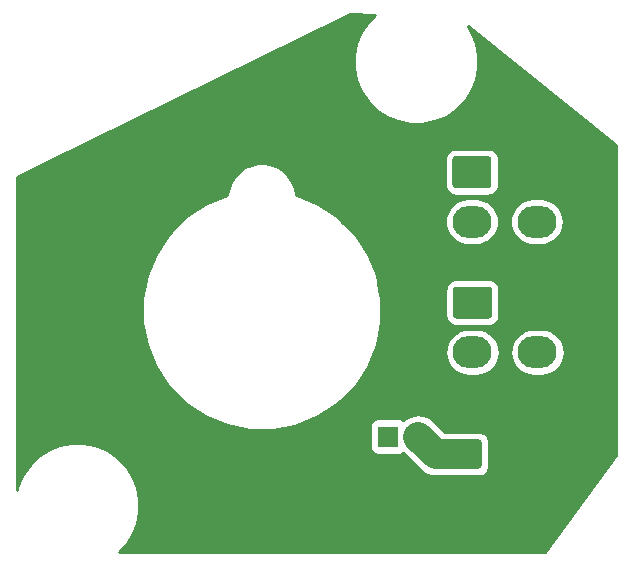
<source format=gbr>
%TF.GenerationSoftware,KiCad,Pcbnew,(5.1.6)-1*%
%TF.CreationDate,2020-12-18T20:01:58+11:00*%
%TF.ProjectId,FIRE TEST Panel PCB V2,46495245-2054-4455-9354-2050616e656c,rev?*%
%TF.SameCoordinates,Original*%
%TF.FileFunction,Copper,L2,Bot*%
%TF.FilePolarity,Positive*%
%FSLAX46Y46*%
G04 Gerber Fmt 4.6, Leading zero omitted, Abs format (unit mm)*
G04 Created by KiCad (PCBNEW (5.1.6)-1) date 2020-12-18 20:01:58*
%MOMM*%
%LPD*%
G01*
G04 APERTURE LIST*
%TA.AperFunction,ComponentPad*%
%ADD10O,3.300000X2.700000*%
%TD*%
%TA.AperFunction,ComponentPad*%
%ADD11C,1.800000*%
%TD*%
%TA.AperFunction,ComponentPad*%
%ADD12R,1.800000X1.800000*%
%TD*%
%TA.AperFunction,ViaPad*%
%ADD13C,0.800000*%
%TD*%
%TA.AperFunction,Conductor*%
%ADD14C,2.500000*%
%TD*%
%TA.AperFunction,Conductor*%
%ADD15C,0.254000*%
%TD*%
G04 APERTURE END LIST*
D10*
%TO.P,J2,4*%
%TO.N,/DATAOUT*%
X157891000Y-104698000D03*
%TO.P,J2,3*%
%TO.N,/LEDGND*%
X157891000Y-100498000D03*
%TO.P,J2,2*%
%TO.N,/LED+5V*%
X152391000Y-104698000D03*
%TO.P,J2,1*%
%TA.AperFunction,ComponentPad*%
G36*
G01*
X150991001Y-99148000D02*
X153790999Y-99148000D01*
G75*
G02*
X154041000Y-99398001I0J-250001D01*
G01*
X154041000Y-101597999D01*
G75*
G02*
X153790999Y-101848000I-250001J0D01*
G01*
X150991001Y-101848000D01*
G75*
G02*
X150741000Y-101597999I0J250001D01*
G01*
X150741000Y-99398001D01*
G75*
G02*
X150991001Y-99148000I250001J0D01*
G01*
G37*
%TD.AperFunction*%
%TD*%
%TO.P,J1,4*%
%TO.N,/DATAIN*%
X157841000Y-93648600D03*
%TO.P,J1,3*%
%TO.N,/LEDGND*%
X157841000Y-89448600D03*
%TO.P,J1,2*%
%TO.N,/LED+5V*%
X152341000Y-93648600D03*
%TO.P,J1,1*%
%TA.AperFunction,ComponentPad*%
G36*
G01*
X150941001Y-88098600D02*
X153740999Y-88098600D01*
G75*
G02*
X153991000Y-88348601I0J-250001D01*
G01*
X153991000Y-90548599D01*
G75*
G02*
X153740999Y-90798600I-250001J0D01*
G01*
X150941001Y-90798600D01*
G75*
G02*
X150691000Y-90548599I0J250001D01*
G01*
X150691000Y-88348601D01*
G75*
G02*
X150941001Y-88098600I250001J0D01*
G01*
G37*
%TD.AperFunction*%
%TD*%
D11*
%TO.P,D11,2*%
%TO.N,/LED+5V*%
X147790000Y-111839000D03*
D12*
%TO.P,D11,1*%
%TO.N,Net-(D11-Pad1)*%
X145250000Y-111839000D03*
%TD*%
%TO.P,C1,2*%
%TO.N,/LEDGND*%
%TA.AperFunction,SMDPad,CuDef*%
G36*
G01*
X156177000Y-114322000D02*
X156177000Y-112322000D01*
G75*
G02*
X156427000Y-112072000I250000J0D01*
G01*
X159427000Y-112072000D01*
G75*
G02*
X159677000Y-112322000I0J-250000D01*
G01*
X159677000Y-114322000D01*
G75*
G02*
X159427000Y-114572000I-250000J0D01*
G01*
X156427000Y-114572000D01*
G75*
G02*
X156177000Y-114322000I0J250000D01*
G01*
G37*
%TD.AperFunction*%
%TO.P,C1,1*%
%TO.N,/LED+5V*%
%TA.AperFunction,SMDPad,CuDef*%
G36*
G01*
X149677000Y-114322000D02*
X149677000Y-112322000D01*
G75*
G02*
X149927000Y-112072000I250000J0D01*
G01*
X152927000Y-112072000D01*
G75*
G02*
X153177000Y-112322000I0J-250000D01*
G01*
X153177000Y-114322000D01*
G75*
G02*
X152927000Y-114572000I-250000J0D01*
G01*
X149927000Y-114572000D01*
G75*
G02*
X149677000Y-114322000I0J250000D01*
G01*
G37*
%TD.AperFunction*%
%TD*%
D13*
%TO.N,/LEDGND*%
X148077000Y-94919600D03*
X123937000Y-101026000D03*
X124676000Y-93530400D03*
X149126000Y-108514000D03*
X144709000Y-88983800D03*
X125573000Y-109771000D03*
X132507000Y-116378000D03*
X140919000Y-117381000D03*
X148943060Y-102826820D03*
%TD*%
D14*
%TO.N,/LED+5V*%
X149273000Y-113322000D02*
X147790000Y-111839000D01*
X151427000Y-113322000D02*
X149273000Y-113322000D01*
%TD*%
D15*
%TO.N,/LEDGND*%
G36*
X144124732Y-76110668D02*
G01*
X143524798Y-76710602D01*
X142947294Y-77574896D01*
X142549503Y-78535249D01*
X142346711Y-79554754D01*
X142346711Y-80594232D01*
X142549503Y-81613737D01*
X142947294Y-82574090D01*
X143524798Y-83438384D01*
X144259820Y-84173406D01*
X145124114Y-84750910D01*
X146084467Y-85148701D01*
X147103972Y-85351493D01*
X148143450Y-85351493D01*
X149162955Y-85148701D01*
X150123308Y-84750910D01*
X150987602Y-84173406D01*
X151722624Y-83438384D01*
X152300128Y-82574090D01*
X152697919Y-81613737D01*
X152900711Y-80594232D01*
X152900711Y-79554754D01*
X152697919Y-78535249D01*
X152300128Y-77574896D01*
X151984918Y-77103152D01*
X164541601Y-87184504D01*
X164541600Y-113374686D01*
X158565734Y-121615600D01*
X122435408Y-121615600D01*
X123020624Y-121030384D01*
X123598128Y-120166090D01*
X123995919Y-119205737D01*
X124198711Y-118186232D01*
X124198711Y-117146754D01*
X123995919Y-116127249D01*
X123598128Y-115166896D01*
X123020624Y-114302602D01*
X122285602Y-113567580D01*
X121421308Y-112990076D01*
X120460955Y-112592285D01*
X119441450Y-112389493D01*
X118401972Y-112389493D01*
X117382467Y-112592285D01*
X116422114Y-112990076D01*
X115557820Y-113567580D01*
X114822798Y-114302602D01*
X114245294Y-115166896D01*
X113847503Y-116127249D01*
X113791600Y-116408293D01*
X113791600Y-100159071D01*
X124415711Y-100159071D01*
X124415711Y-102153915D01*
X124804886Y-104110430D01*
X125568280Y-105953426D01*
X126676557Y-107612079D01*
X128087125Y-109022647D01*
X129745778Y-110130924D01*
X131588774Y-110894318D01*
X133545289Y-111283493D01*
X135540133Y-111283493D01*
X137272016Y-110939000D01*
X143711928Y-110939000D01*
X143711928Y-112739000D01*
X143724188Y-112863482D01*
X143760498Y-112983180D01*
X143819463Y-113093494D01*
X143898815Y-113190185D01*
X143995506Y-113269537D01*
X144105820Y-113328502D01*
X144225518Y-113364812D01*
X144350000Y-113377072D01*
X146150000Y-113377072D01*
X146274482Y-113364812D01*
X146394180Y-113328502D01*
X146504494Y-113269537D01*
X146532094Y-113246886D01*
X147874630Y-114589423D01*
X147933655Y-114661345D01*
X148005577Y-114720370D01*
X148005579Y-114720372D01*
X148121354Y-114815386D01*
X148220683Y-114896903D01*
X148548152Y-115071939D01*
X148903476Y-115179725D01*
X149273000Y-115216120D01*
X149365597Y-115207000D01*
X149895809Y-115207000D01*
X149927000Y-115210072D01*
X152927000Y-115210072D01*
X153100254Y-115193008D01*
X153266850Y-115142472D01*
X153420386Y-115060405D01*
X153554962Y-114949962D01*
X153665405Y-114815386D01*
X153747472Y-114661850D01*
X153798008Y-114495254D01*
X153815072Y-114322000D01*
X153815072Y-112322000D01*
X153798008Y-112148746D01*
X153747472Y-111982150D01*
X153665405Y-111828614D01*
X153554962Y-111694038D01*
X153420386Y-111583595D01*
X153266850Y-111501528D01*
X153100254Y-111450992D01*
X152927000Y-111433928D01*
X150050721Y-111433928D01*
X149057420Y-110440628D01*
X148842317Y-110264098D01*
X148514848Y-110089062D01*
X148159524Y-109981275D01*
X147790000Y-109944881D01*
X147420476Y-109981275D01*
X147065152Y-110089062D01*
X146737683Y-110264098D01*
X146533134Y-110431967D01*
X146504494Y-110408463D01*
X146394180Y-110349498D01*
X146274482Y-110313188D01*
X146150000Y-110300928D01*
X144350000Y-110300928D01*
X144225518Y-110313188D01*
X144105820Y-110349498D01*
X143995506Y-110408463D01*
X143898815Y-110487815D01*
X143819463Y-110584506D01*
X143760498Y-110694820D01*
X143724188Y-110814518D01*
X143711928Y-110939000D01*
X137272016Y-110939000D01*
X137496648Y-110894318D01*
X139339644Y-110130924D01*
X140998297Y-109022647D01*
X142408865Y-107612079D01*
X143517142Y-105953426D01*
X144037156Y-104698000D01*
X150096396Y-104698000D01*
X150134722Y-105087128D01*
X150248226Y-105461302D01*
X150432547Y-105806143D01*
X150680602Y-106108398D01*
X150982857Y-106356453D01*
X151327698Y-106540774D01*
X151701872Y-106654278D01*
X151993490Y-106683000D01*
X152788510Y-106683000D01*
X153080128Y-106654278D01*
X153454302Y-106540774D01*
X153799143Y-106356453D01*
X154101398Y-106108398D01*
X154349453Y-105806143D01*
X154533774Y-105461302D01*
X154647278Y-105087128D01*
X154685604Y-104698000D01*
X155596396Y-104698000D01*
X155634722Y-105087128D01*
X155748226Y-105461302D01*
X155932547Y-105806143D01*
X156180602Y-106108398D01*
X156482857Y-106356453D01*
X156827698Y-106540774D01*
X157201872Y-106654278D01*
X157493490Y-106683000D01*
X158288510Y-106683000D01*
X158580128Y-106654278D01*
X158954302Y-106540774D01*
X159299143Y-106356453D01*
X159601398Y-106108398D01*
X159849453Y-105806143D01*
X160033774Y-105461302D01*
X160147278Y-105087128D01*
X160185604Y-104698000D01*
X160147278Y-104308872D01*
X160033774Y-103934698D01*
X159849453Y-103589857D01*
X159601398Y-103287602D01*
X159299143Y-103039547D01*
X158954302Y-102855226D01*
X158580128Y-102741722D01*
X158288510Y-102713000D01*
X157493490Y-102713000D01*
X157201872Y-102741722D01*
X156827698Y-102855226D01*
X156482857Y-103039547D01*
X156180602Y-103287602D01*
X155932547Y-103589857D01*
X155748226Y-103934698D01*
X155634722Y-104308872D01*
X155596396Y-104698000D01*
X154685604Y-104698000D01*
X154647278Y-104308872D01*
X154533774Y-103934698D01*
X154349453Y-103589857D01*
X154101398Y-103287602D01*
X153799143Y-103039547D01*
X153454302Y-102855226D01*
X153080128Y-102741722D01*
X152788510Y-102713000D01*
X151993490Y-102713000D01*
X151701872Y-102741722D01*
X151327698Y-102855226D01*
X150982857Y-103039547D01*
X150680602Y-103287602D01*
X150432547Y-103589857D01*
X150248226Y-103934698D01*
X150134722Y-104308872D01*
X150096396Y-104698000D01*
X144037156Y-104698000D01*
X144280536Y-104110430D01*
X144669711Y-102153915D01*
X144669711Y-100159071D01*
X144518325Y-99398001D01*
X150102928Y-99398001D01*
X150102928Y-101597999D01*
X150119992Y-101771253D01*
X150170529Y-101937850D01*
X150252595Y-102091386D01*
X150363039Y-102225961D01*
X150497614Y-102336405D01*
X150651150Y-102418471D01*
X150817747Y-102469008D01*
X150991001Y-102486072D01*
X153790999Y-102486072D01*
X153964253Y-102469008D01*
X154130850Y-102418471D01*
X154284386Y-102336405D01*
X154418961Y-102225961D01*
X154529405Y-102091386D01*
X154611471Y-101937850D01*
X154662008Y-101771253D01*
X154679072Y-101597999D01*
X154679072Y-99398001D01*
X154662008Y-99224747D01*
X154611471Y-99058150D01*
X154529405Y-98904614D01*
X154418961Y-98770039D01*
X154284386Y-98659595D01*
X154130850Y-98577529D01*
X153964253Y-98526992D01*
X153790999Y-98509928D01*
X150991001Y-98509928D01*
X150817747Y-98526992D01*
X150651150Y-98577529D01*
X150497614Y-98659595D01*
X150363039Y-98770039D01*
X150252595Y-98904614D01*
X150170529Y-99058150D01*
X150119992Y-99224747D01*
X150102928Y-99398001D01*
X144518325Y-99398001D01*
X144280536Y-98202556D01*
X143517142Y-96359560D01*
X142408865Y-94700907D01*
X141356558Y-93648600D01*
X150046396Y-93648600D01*
X150084722Y-94037728D01*
X150198226Y-94411902D01*
X150382547Y-94756743D01*
X150630602Y-95058998D01*
X150932857Y-95307053D01*
X151277698Y-95491374D01*
X151651872Y-95604878D01*
X151943490Y-95633600D01*
X152738510Y-95633600D01*
X153030128Y-95604878D01*
X153404302Y-95491374D01*
X153749143Y-95307053D01*
X154051398Y-95058998D01*
X154299453Y-94756743D01*
X154483774Y-94411902D01*
X154597278Y-94037728D01*
X154635604Y-93648600D01*
X155546396Y-93648600D01*
X155584722Y-94037728D01*
X155698226Y-94411902D01*
X155882547Y-94756743D01*
X156130602Y-95058998D01*
X156432857Y-95307053D01*
X156777698Y-95491374D01*
X157151872Y-95604878D01*
X157443490Y-95633600D01*
X158238510Y-95633600D01*
X158530128Y-95604878D01*
X158904302Y-95491374D01*
X159249143Y-95307053D01*
X159551398Y-95058998D01*
X159799453Y-94756743D01*
X159983774Y-94411902D01*
X160097278Y-94037728D01*
X160135604Y-93648600D01*
X160097278Y-93259472D01*
X159983774Y-92885298D01*
X159799453Y-92540457D01*
X159551398Y-92238202D01*
X159249143Y-91990147D01*
X158904302Y-91805826D01*
X158530128Y-91692322D01*
X158238510Y-91663600D01*
X157443490Y-91663600D01*
X157151872Y-91692322D01*
X156777698Y-91805826D01*
X156432857Y-91990147D01*
X156130602Y-92238202D01*
X155882547Y-92540457D01*
X155698226Y-92885298D01*
X155584722Y-93259472D01*
X155546396Y-93648600D01*
X154635604Y-93648600D01*
X154597278Y-93259472D01*
X154483774Y-92885298D01*
X154299453Y-92540457D01*
X154051398Y-92238202D01*
X153749143Y-91990147D01*
X153404302Y-91805826D01*
X153030128Y-91692322D01*
X152738510Y-91663600D01*
X151943490Y-91663600D01*
X151651872Y-91692322D01*
X151277698Y-91805826D01*
X150932857Y-91990147D01*
X150630602Y-92238202D01*
X150382547Y-92540457D01*
X150198226Y-92885298D01*
X150084722Y-93259472D01*
X150046396Y-93648600D01*
X141356558Y-93648600D01*
X140998297Y-93290339D01*
X139339644Y-92182062D01*
X137496648Y-91418668D01*
X137455711Y-91410525D01*
X137455711Y-91344588D01*
X137343766Y-90781802D01*
X137124178Y-90251670D01*
X136805386Y-89774564D01*
X136399640Y-89368818D01*
X135922534Y-89050026D01*
X135392402Y-88830438D01*
X134829616Y-88718493D01*
X134255806Y-88718493D01*
X133693020Y-88830438D01*
X133162888Y-89050026D01*
X132685782Y-89368818D01*
X132280036Y-89774564D01*
X131961244Y-90251670D01*
X131741656Y-90781802D01*
X131629711Y-91344588D01*
X131629711Y-91410525D01*
X131588774Y-91418668D01*
X129745778Y-92182062D01*
X128087125Y-93290339D01*
X126676557Y-94700907D01*
X125568280Y-96359560D01*
X124804886Y-98202556D01*
X124415711Y-100159071D01*
X113791600Y-100159071D01*
X113791600Y-89870931D01*
X116907964Y-88348601D01*
X150052928Y-88348601D01*
X150052928Y-90548599D01*
X150069992Y-90721853D01*
X150120529Y-90888450D01*
X150202595Y-91041986D01*
X150313039Y-91176561D01*
X150447614Y-91287005D01*
X150601150Y-91369071D01*
X150767747Y-91419608D01*
X150941001Y-91436672D01*
X153740999Y-91436672D01*
X153914253Y-91419608D01*
X154080850Y-91369071D01*
X154234386Y-91287005D01*
X154368961Y-91176561D01*
X154479405Y-91041986D01*
X154561471Y-90888450D01*
X154612008Y-90721853D01*
X154629072Y-90548599D01*
X154629072Y-88348601D01*
X154612008Y-88175347D01*
X154561471Y-88008750D01*
X154479405Y-87855214D01*
X154368961Y-87720639D01*
X154234386Y-87610195D01*
X154080850Y-87528129D01*
X153914253Y-87477592D01*
X153740999Y-87460528D01*
X150941001Y-87460528D01*
X150767747Y-87477592D01*
X150601150Y-87528129D01*
X150447614Y-87610195D01*
X150313039Y-87720639D01*
X150202595Y-87855214D01*
X150120529Y-88008750D01*
X150069992Y-88175347D01*
X150052928Y-88348601D01*
X116907964Y-88348601D01*
X141984463Y-76098843D01*
X144124732Y-76110668D01*
G37*
X144124732Y-76110668D02*
X143524798Y-76710602D01*
X142947294Y-77574896D01*
X142549503Y-78535249D01*
X142346711Y-79554754D01*
X142346711Y-80594232D01*
X142549503Y-81613737D01*
X142947294Y-82574090D01*
X143524798Y-83438384D01*
X144259820Y-84173406D01*
X145124114Y-84750910D01*
X146084467Y-85148701D01*
X147103972Y-85351493D01*
X148143450Y-85351493D01*
X149162955Y-85148701D01*
X150123308Y-84750910D01*
X150987602Y-84173406D01*
X151722624Y-83438384D01*
X152300128Y-82574090D01*
X152697919Y-81613737D01*
X152900711Y-80594232D01*
X152900711Y-79554754D01*
X152697919Y-78535249D01*
X152300128Y-77574896D01*
X151984918Y-77103152D01*
X164541601Y-87184504D01*
X164541600Y-113374686D01*
X158565734Y-121615600D01*
X122435408Y-121615600D01*
X123020624Y-121030384D01*
X123598128Y-120166090D01*
X123995919Y-119205737D01*
X124198711Y-118186232D01*
X124198711Y-117146754D01*
X123995919Y-116127249D01*
X123598128Y-115166896D01*
X123020624Y-114302602D01*
X122285602Y-113567580D01*
X121421308Y-112990076D01*
X120460955Y-112592285D01*
X119441450Y-112389493D01*
X118401972Y-112389493D01*
X117382467Y-112592285D01*
X116422114Y-112990076D01*
X115557820Y-113567580D01*
X114822798Y-114302602D01*
X114245294Y-115166896D01*
X113847503Y-116127249D01*
X113791600Y-116408293D01*
X113791600Y-100159071D01*
X124415711Y-100159071D01*
X124415711Y-102153915D01*
X124804886Y-104110430D01*
X125568280Y-105953426D01*
X126676557Y-107612079D01*
X128087125Y-109022647D01*
X129745778Y-110130924D01*
X131588774Y-110894318D01*
X133545289Y-111283493D01*
X135540133Y-111283493D01*
X137272016Y-110939000D01*
X143711928Y-110939000D01*
X143711928Y-112739000D01*
X143724188Y-112863482D01*
X143760498Y-112983180D01*
X143819463Y-113093494D01*
X143898815Y-113190185D01*
X143995506Y-113269537D01*
X144105820Y-113328502D01*
X144225518Y-113364812D01*
X144350000Y-113377072D01*
X146150000Y-113377072D01*
X146274482Y-113364812D01*
X146394180Y-113328502D01*
X146504494Y-113269537D01*
X146532094Y-113246886D01*
X147874630Y-114589423D01*
X147933655Y-114661345D01*
X148005577Y-114720370D01*
X148005579Y-114720372D01*
X148121354Y-114815386D01*
X148220683Y-114896903D01*
X148548152Y-115071939D01*
X148903476Y-115179725D01*
X149273000Y-115216120D01*
X149365597Y-115207000D01*
X149895809Y-115207000D01*
X149927000Y-115210072D01*
X152927000Y-115210072D01*
X153100254Y-115193008D01*
X153266850Y-115142472D01*
X153420386Y-115060405D01*
X153554962Y-114949962D01*
X153665405Y-114815386D01*
X153747472Y-114661850D01*
X153798008Y-114495254D01*
X153815072Y-114322000D01*
X153815072Y-112322000D01*
X153798008Y-112148746D01*
X153747472Y-111982150D01*
X153665405Y-111828614D01*
X153554962Y-111694038D01*
X153420386Y-111583595D01*
X153266850Y-111501528D01*
X153100254Y-111450992D01*
X152927000Y-111433928D01*
X150050721Y-111433928D01*
X149057420Y-110440628D01*
X148842317Y-110264098D01*
X148514848Y-110089062D01*
X148159524Y-109981275D01*
X147790000Y-109944881D01*
X147420476Y-109981275D01*
X147065152Y-110089062D01*
X146737683Y-110264098D01*
X146533134Y-110431967D01*
X146504494Y-110408463D01*
X146394180Y-110349498D01*
X146274482Y-110313188D01*
X146150000Y-110300928D01*
X144350000Y-110300928D01*
X144225518Y-110313188D01*
X144105820Y-110349498D01*
X143995506Y-110408463D01*
X143898815Y-110487815D01*
X143819463Y-110584506D01*
X143760498Y-110694820D01*
X143724188Y-110814518D01*
X143711928Y-110939000D01*
X137272016Y-110939000D01*
X137496648Y-110894318D01*
X139339644Y-110130924D01*
X140998297Y-109022647D01*
X142408865Y-107612079D01*
X143517142Y-105953426D01*
X144037156Y-104698000D01*
X150096396Y-104698000D01*
X150134722Y-105087128D01*
X150248226Y-105461302D01*
X150432547Y-105806143D01*
X150680602Y-106108398D01*
X150982857Y-106356453D01*
X151327698Y-106540774D01*
X151701872Y-106654278D01*
X151993490Y-106683000D01*
X152788510Y-106683000D01*
X153080128Y-106654278D01*
X153454302Y-106540774D01*
X153799143Y-106356453D01*
X154101398Y-106108398D01*
X154349453Y-105806143D01*
X154533774Y-105461302D01*
X154647278Y-105087128D01*
X154685604Y-104698000D01*
X155596396Y-104698000D01*
X155634722Y-105087128D01*
X155748226Y-105461302D01*
X155932547Y-105806143D01*
X156180602Y-106108398D01*
X156482857Y-106356453D01*
X156827698Y-106540774D01*
X157201872Y-106654278D01*
X157493490Y-106683000D01*
X158288510Y-106683000D01*
X158580128Y-106654278D01*
X158954302Y-106540774D01*
X159299143Y-106356453D01*
X159601398Y-106108398D01*
X159849453Y-105806143D01*
X160033774Y-105461302D01*
X160147278Y-105087128D01*
X160185604Y-104698000D01*
X160147278Y-104308872D01*
X160033774Y-103934698D01*
X159849453Y-103589857D01*
X159601398Y-103287602D01*
X159299143Y-103039547D01*
X158954302Y-102855226D01*
X158580128Y-102741722D01*
X158288510Y-102713000D01*
X157493490Y-102713000D01*
X157201872Y-102741722D01*
X156827698Y-102855226D01*
X156482857Y-103039547D01*
X156180602Y-103287602D01*
X155932547Y-103589857D01*
X155748226Y-103934698D01*
X155634722Y-104308872D01*
X155596396Y-104698000D01*
X154685604Y-104698000D01*
X154647278Y-104308872D01*
X154533774Y-103934698D01*
X154349453Y-103589857D01*
X154101398Y-103287602D01*
X153799143Y-103039547D01*
X153454302Y-102855226D01*
X153080128Y-102741722D01*
X152788510Y-102713000D01*
X151993490Y-102713000D01*
X151701872Y-102741722D01*
X151327698Y-102855226D01*
X150982857Y-103039547D01*
X150680602Y-103287602D01*
X150432547Y-103589857D01*
X150248226Y-103934698D01*
X150134722Y-104308872D01*
X150096396Y-104698000D01*
X144037156Y-104698000D01*
X144280536Y-104110430D01*
X144669711Y-102153915D01*
X144669711Y-100159071D01*
X144518325Y-99398001D01*
X150102928Y-99398001D01*
X150102928Y-101597999D01*
X150119992Y-101771253D01*
X150170529Y-101937850D01*
X150252595Y-102091386D01*
X150363039Y-102225961D01*
X150497614Y-102336405D01*
X150651150Y-102418471D01*
X150817747Y-102469008D01*
X150991001Y-102486072D01*
X153790999Y-102486072D01*
X153964253Y-102469008D01*
X154130850Y-102418471D01*
X154284386Y-102336405D01*
X154418961Y-102225961D01*
X154529405Y-102091386D01*
X154611471Y-101937850D01*
X154662008Y-101771253D01*
X154679072Y-101597999D01*
X154679072Y-99398001D01*
X154662008Y-99224747D01*
X154611471Y-99058150D01*
X154529405Y-98904614D01*
X154418961Y-98770039D01*
X154284386Y-98659595D01*
X154130850Y-98577529D01*
X153964253Y-98526992D01*
X153790999Y-98509928D01*
X150991001Y-98509928D01*
X150817747Y-98526992D01*
X150651150Y-98577529D01*
X150497614Y-98659595D01*
X150363039Y-98770039D01*
X150252595Y-98904614D01*
X150170529Y-99058150D01*
X150119992Y-99224747D01*
X150102928Y-99398001D01*
X144518325Y-99398001D01*
X144280536Y-98202556D01*
X143517142Y-96359560D01*
X142408865Y-94700907D01*
X141356558Y-93648600D01*
X150046396Y-93648600D01*
X150084722Y-94037728D01*
X150198226Y-94411902D01*
X150382547Y-94756743D01*
X150630602Y-95058998D01*
X150932857Y-95307053D01*
X151277698Y-95491374D01*
X151651872Y-95604878D01*
X151943490Y-95633600D01*
X152738510Y-95633600D01*
X153030128Y-95604878D01*
X153404302Y-95491374D01*
X153749143Y-95307053D01*
X154051398Y-95058998D01*
X154299453Y-94756743D01*
X154483774Y-94411902D01*
X154597278Y-94037728D01*
X154635604Y-93648600D01*
X155546396Y-93648600D01*
X155584722Y-94037728D01*
X155698226Y-94411902D01*
X155882547Y-94756743D01*
X156130602Y-95058998D01*
X156432857Y-95307053D01*
X156777698Y-95491374D01*
X157151872Y-95604878D01*
X157443490Y-95633600D01*
X158238510Y-95633600D01*
X158530128Y-95604878D01*
X158904302Y-95491374D01*
X159249143Y-95307053D01*
X159551398Y-95058998D01*
X159799453Y-94756743D01*
X159983774Y-94411902D01*
X160097278Y-94037728D01*
X160135604Y-93648600D01*
X160097278Y-93259472D01*
X159983774Y-92885298D01*
X159799453Y-92540457D01*
X159551398Y-92238202D01*
X159249143Y-91990147D01*
X158904302Y-91805826D01*
X158530128Y-91692322D01*
X158238510Y-91663600D01*
X157443490Y-91663600D01*
X157151872Y-91692322D01*
X156777698Y-91805826D01*
X156432857Y-91990147D01*
X156130602Y-92238202D01*
X155882547Y-92540457D01*
X155698226Y-92885298D01*
X155584722Y-93259472D01*
X155546396Y-93648600D01*
X154635604Y-93648600D01*
X154597278Y-93259472D01*
X154483774Y-92885298D01*
X154299453Y-92540457D01*
X154051398Y-92238202D01*
X153749143Y-91990147D01*
X153404302Y-91805826D01*
X153030128Y-91692322D01*
X152738510Y-91663600D01*
X151943490Y-91663600D01*
X151651872Y-91692322D01*
X151277698Y-91805826D01*
X150932857Y-91990147D01*
X150630602Y-92238202D01*
X150382547Y-92540457D01*
X150198226Y-92885298D01*
X150084722Y-93259472D01*
X150046396Y-93648600D01*
X141356558Y-93648600D01*
X140998297Y-93290339D01*
X139339644Y-92182062D01*
X137496648Y-91418668D01*
X137455711Y-91410525D01*
X137455711Y-91344588D01*
X137343766Y-90781802D01*
X137124178Y-90251670D01*
X136805386Y-89774564D01*
X136399640Y-89368818D01*
X135922534Y-89050026D01*
X135392402Y-88830438D01*
X134829616Y-88718493D01*
X134255806Y-88718493D01*
X133693020Y-88830438D01*
X133162888Y-89050026D01*
X132685782Y-89368818D01*
X132280036Y-89774564D01*
X131961244Y-90251670D01*
X131741656Y-90781802D01*
X131629711Y-91344588D01*
X131629711Y-91410525D01*
X131588774Y-91418668D01*
X129745778Y-92182062D01*
X128087125Y-93290339D01*
X126676557Y-94700907D01*
X125568280Y-96359560D01*
X124804886Y-98202556D01*
X124415711Y-100159071D01*
X113791600Y-100159071D01*
X113791600Y-89870931D01*
X116907964Y-88348601D01*
X150052928Y-88348601D01*
X150052928Y-90548599D01*
X150069992Y-90721853D01*
X150120529Y-90888450D01*
X150202595Y-91041986D01*
X150313039Y-91176561D01*
X150447614Y-91287005D01*
X150601150Y-91369071D01*
X150767747Y-91419608D01*
X150941001Y-91436672D01*
X153740999Y-91436672D01*
X153914253Y-91419608D01*
X154080850Y-91369071D01*
X154234386Y-91287005D01*
X154368961Y-91176561D01*
X154479405Y-91041986D01*
X154561471Y-90888450D01*
X154612008Y-90721853D01*
X154629072Y-90548599D01*
X154629072Y-88348601D01*
X154612008Y-88175347D01*
X154561471Y-88008750D01*
X154479405Y-87855214D01*
X154368961Y-87720639D01*
X154234386Y-87610195D01*
X154080850Y-87528129D01*
X153914253Y-87477592D01*
X153740999Y-87460528D01*
X150941001Y-87460528D01*
X150767747Y-87477592D01*
X150601150Y-87528129D01*
X150447614Y-87610195D01*
X150313039Y-87720639D01*
X150202595Y-87855214D01*
X150120529Y-88008750D01*
X150069992Y-88175347D01*
X150052928Y-88348601D01*
X116907964Y-88348601D01*
X141984463Y-76098843D01*
X144124732Y-76110668D01*
%TD*%
M02*

</source>
